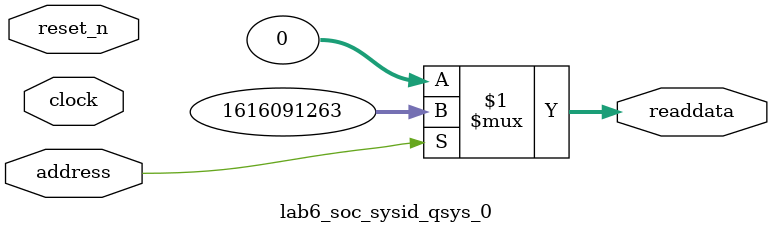
<source format=v>



// synthesis translate_off
`timescale 1ns / 1ps
// synthesis translate_on

// turn off superfluous verilog processor warnings 
// altera message_level Level1 
// altera message_off 10034 10035 10036 10037 10230 10240 10030 

module lab6_soc_sysid_qsys_0 (
               // inputs:
                address,
                clock,
                reset_n,

               // outputs:
                readdata
             )
;

  output  [ 31: 0] readdata;
  input            address;
  input            clock;
  input            reset_n;

  wire    [ 31: 0] readdata;
  //control_slave, which is an e_avalon_slave
  assign readdata = address ? 1616091263 : 0;

endmodule



</source>
